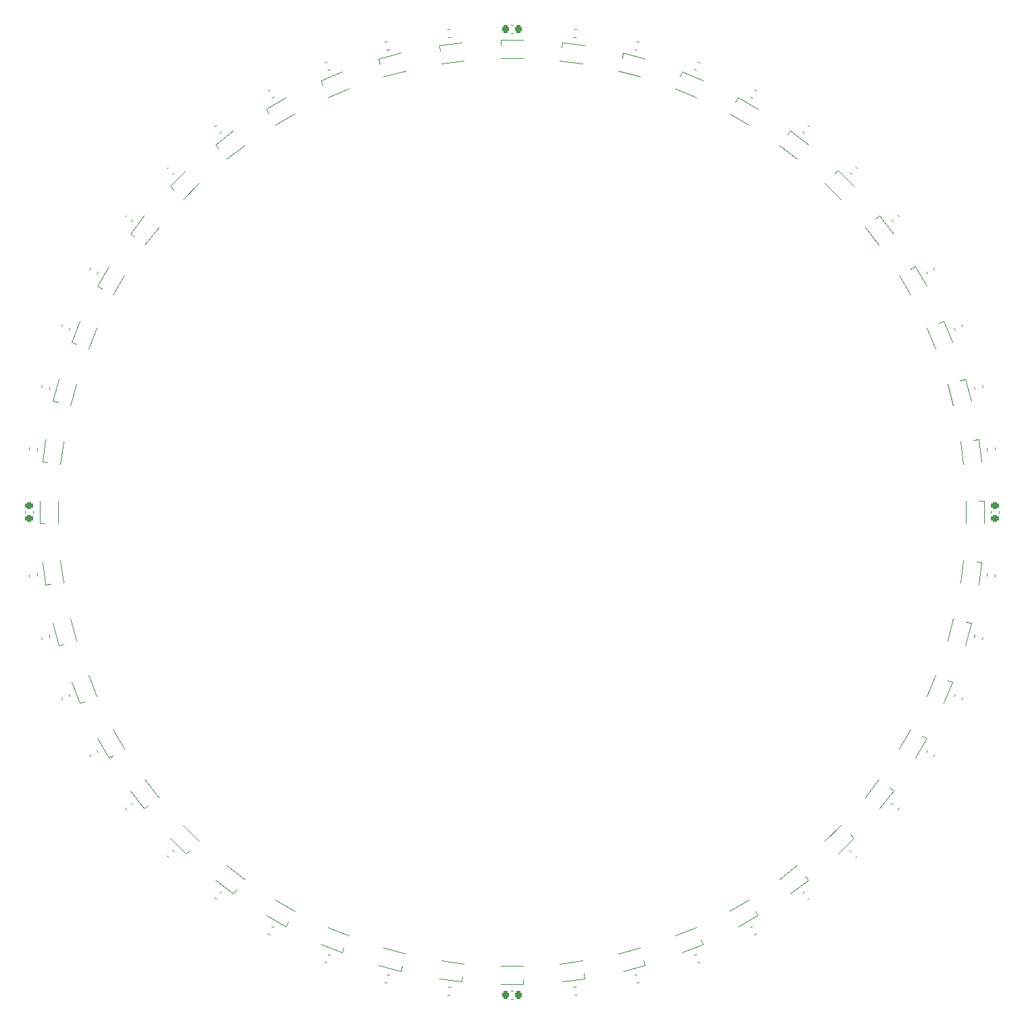
<source format=gto>
G04 #@! TF.GenerationSoftware,KiCad,Pcbnew,8.0.4*
G04 #@! TF.CreationDate,2024-11-19T03:08:21+11:00*
G04 #@! TF.ProjectId,RCS_WS2812B_Ring,5243535f-5753-4323-9831-32425f52696e,rev?*
G04 #@! TF.SameCoordinates,Original*
G04 #@! TF.FileFunction,Legend,Top*
G04 #@! TF.FilePolarity,Positive*
%FSLAX46Y46*%
G04 Gerber Fmt 4.6, Leading zero omitted, Abs format (unit mm)*
G04 Created by KiCad (PCBNEW 8.0.4) date 2024-11-19 03:08:21*
%MOMM*%
%LPD*%
G01*
G04 APERTURE LIST*
G04 Aperture macros list*
%AMRoundRect*
0 Rectangle with rounded corners*
0 $1 Rounding radius*
0 $2 $3 $4 $5 $6 $7 $8 $9 X,Y pos of 4 corners*
0 Add a 4 corners polygon primitive as box body*
4,1,4,$2,$3,$4,$5,$6,$7,$8,$9,$2,$3,0*
0 Add four circle primitives for the rounded corners*
1,1,$1+$1,$2,$3*
1,1,$1+$1,$4,$5*
1,1,$1+$1,$6,$7*
1,1,$1+$1,$8,$9*
0 Add four rect primitives between the rounded corners*
20,1,$1+$1,$2,$3,$4,$5,0*
20,1,$1+$1,$4,$5,$6,$7,0*
20,1,$1+$1,$6,$7,$8,$9,0*
20,1,$1+$1,$8,$9,$2,$3,0*%
%AMRotRect*
0 Rectangle, with rotation*
0 The origin of the aperture is its center*
0 $1 length*
0 $2 width*
0 $3 Rotation angle, in degrees counterclockwise*
0 Add horizontal line*
21,1,$1,$2,0,0,$3*%
G04 Aperture macros list end*
%ADD10C,0.120000*%
%ADD11C,2.200000*%
%ADD12RotRect,0.700000X0.700000X352.500000*%
%ADD13RotRect,0.700000X0.700000X345.000000*%
%ADD14RotRect,0.700000X0.700000X337.500000*%
%ADD15RotRect,0.700000X0.700000X330.000000*%
%ADD16RotRect,0.700000X0.700000X322.500000*%
%ADD17RotRect,0.700000X0.700000X315.000000*%
%ADD18RotRect,0.700000X0.700000X307.500000*%
%ADD19RotRect,0.700000X0.700000X300.000000*%
%ADD20RotRect,0.700000X0.700000X292.500000*%
%ADD21RotRect,0.700000X0.700000X285.000000*%
%ADD22RotRect,0.700000X0.700000X277.500000*%
%ADD23R,0.700000X0.700000*%
%ADD24RotRect,0.700000X0.700000X262.500000*%
%ADD25RotRect,0.700000X0.700000X255.000000*%
%ADD26RotRect,0.700000X0.700000X247.500000*%
%ADD27RotRect,0.700000X0.700000X240.000000*%
%ADD28RotRect,0.700000X0.700000X232.500000*%
%ADD29RotRect,0.700000X0.700000X225.000000*%
%ADD30RotRect,0.700000X0.700000X217.500000*%
%ADD31RotRect,0.700000X0.700000X210.000000*%
%ADD32RotRect,0.700000X0.700000X202.500000*%
%ADD33RotRect,0.700000X0.700000X195.000000*%
%ADD34RotRect,0.700000X0.700000X187.500000*%
%ADD35RotRect,0.700000X0.700000X172.500000*%
%ADD36RotRect,0.700000X0.700000X165.000000*%
%ADD37RotRect,0.700000X0.700000X157.500000*%
%ADD38RotRect,0.700000X0.700000X150.000000*%
%ADD39RotRect,0.700000X0.700000X142.500000*%
%ADD40RotRect,0.700000X0.700000X135.000000*%
%ADD41RotRect,0.700000X0.700000X127.500000*%
%ADD42RotRect,0.700000X0.700000X120.000000*%
%ADD43RotRect,0.700000X0.700000X112.500000*%
%ADD44RotRect,0.700000X0.700000X105.000000*%
%ADD45RotRect,0.700000X0.700000X97.500000*%
%ADD46RotRect,0.700000X0.700000X82.500000*%
%ADD47RotRect,0.700000X0.700000X75.000000*%
%ADD48RotRect,0.700000X0.700000X67.500000*%
%ADD49RotRect,0.700000X0.700000X60.000000*%
%ADD50RotRect,0.700000X0.700000X52.500000*%
%ADD51RotRect,0.700000X0.700000X45.000000*%
%ADD52RotRect,0.700000X0.700000X37.500000*%
%ADD53RotRect,0.700000X0.700000X30.000000*%
%ADD54RotRect,0.700000X0.700000X22.500000*%
%ADD55RotRect,0.700000X0.700000X15.000000*%
%ADD56RotRect,0.700000X0.700000X7.500000*%
%ADD57RoundRect,0.225000X0.255707X0.218493X-0.190444X0.277230X-0.255707X-0.218493X0.190444X-0.277230X0*%
%ADD58RoundRect,0.225000X0.282038X0.183247X-0.152629X0.299716X-0.282038X-0.183247X0.152629X-0.299716X0*%
%ADD59RoundRect,0.225000X0.303544X0.144866X-0.112202X0.317074X-0.303544X-0.144866X0.112202X-0.317074X0*%
%ADD60RoundRect,0.225000X0.319856X0.104006X-0.069856X0.329006X-0.319856X-0.104006X0.069856X-0.329006X0*%
%ADD61RoundRect,0.225000X0.330695X0.061367X-0.026314X0.335310X-0.330695X-0.061367X0.026314X-0.335310X0*%
%ADD62RoundRect,0.225000X0.335876X0.017678X0.017678X0.335876X-0.335876X-0.017678X-0.017678X-0.335876X0*%
%ADD63RoundRect,0.225000X0.335310X-0.026314X0.061367X0.330695X-0.335310X0.026314X-0.061367X-0.330695X0*%
%ADD64RoundRect,0.225000X0.329006X-0.069856X0.104006X0.319856X-0.329006X0.069856X-0.104006X-0.319856X0*%
%ADD65RoundRect,0.225000X0.317074X-0.112202X0.144866X0.303544X-0.317074X0.112202X-0.144866X-0.303544X0*%
%ADD66RoundRect,0.225000X0.299716X-0.152629X0.183247X0.282038X-0.299716X0.152629X-0.183247X-0.282038X0*%
%ADD67RoundRect,0.225000X0.277230X-0.190444X0.218493X0.255707X-0.277230X0.190444X-0.218493X-0.255707X0*%
%ADD68RoundRect,0.225000X0.250000X-0.225000X0.250000X0.225000X-0.250000X0.225000X-0.250000X-0.225000X0*%
%ADD69RoundRect,0.225000X0.218493X-0.255707X0.277230X0.190444X-0.218493X0.255707X-0.277230X-0.190444X0*%
%ADD70RoundRect,0.225000X0.183247X-0.282038X0.299716X0.152629X-0.183247X0.282038X-0.299716X-0.152629X0*%
%ADD71RoundRect,0.225000X0.144866X-0.303544X0.317074X0.112202X-0.144866X0.303544X-0.317074X-0.112202X0*%
%ADD72RoundRect,0.225000X0.104006X-0.319856X0.329006X0.069856X-0.104006X0.319856X-0.329006X-0.069856X0*%
%ADD73RoundRect,0.225000X0.061367X-0.330695X0.335310X0.026314X-0.061367X0.330695X-0.335310X-0.026314X0*%
%ADD74RoundRect,0.225000X0.017678X-0.335876X0.335876X-0.017678X-0.017678X0.335876X-0.335876X0.017678X0*%
%ADD75RoundRect,0.225000X-0.026314X-0.335310X0.330695X-0.061367X0.026314X0.335310X-0.330695X0.061367X0*%
%ADD76RoundRect,0.225000X-0.069856X-0.329006X0.319856X-0.104006X0.069856X0.329006X-0.319856X0.104006X0*%
%ADD77RoundRect,0.225000X-0.112202X-0.317074X0.303544X-0.144866X0.112202X0.317074X-0.303544X0.144866X0*%
%ADD78RoundRect,0.225000X-0.152629X-0.299716X0.282038X-0.183247X0.152629X0.299716X-0.282038X0.183247X0*%
%ADD79RoundRect,0.225000X-0.190444X-0.277230X0.255707X-0.218493X0.190444X0.277230X-0.255707X0.218493X0*%
%ADD80RoundRect,0.225000X-0.225000X-0.250000X0.225000X-0.250000X0.225000X0.250000X-0.225000X0.250000X0*%
%ADD81RoundRect,0.225000X-0.255707X-0.218493X0.190444X-0.277230X0.255707X0.218493X-0.190444X0.277230X0*%
%ADD82RoundRect,0.225000X-0.282038X-0.183247X0.152629X-0.299716X0.282038X0.183247X-0.152629X0.299716X0*%
%ADD83RoundRect,0.225000X-0.303544X-0.144866X0.112202X-0.317074X0.303544X0.144866X-0.112202X0.317074X0*%
%ADD84RoundRect,0.225000X-0.319856X-0.104006X0.069856X-0.329006X0.319856X0.104006X-0.069856X0.329006X0*%
%ADD85RoundRect,0.225000X-0.330695X-0.061367X0.026314X-0.335310X0.330695X0.061367X-0.026314X0.335310X0*%
%ADD86RoundRect,0.225000X-0.335876X-0.017678X-0.017678X-0.335876X0.335876X0.017678X0.017678X0.335876X0*%
%ADD87RoundRect,0.225000X-0.335310X0.026314X-0.061367X-0.330695X0.335310X-0.026314X0.061367X0.330695X0*%
%ADD88RoundRect,0.225000X-0.329006X0.069856X-0.104006X-0.319856X0.329006X-0.069856X0.104006X0.319856X0*%
%ADD89RoundRect,0.225000X-0.317074X0.112202X-0.144866X-0.303544X0.317074X-0.112202X0.144866X0.303544X0*%
%ADD90RoundRect,0.225000X-0.299716X0.152629X-0.183247X-0.282038X0.299716X-0.152629X0.183247X0.282038X0*%
%ADD91RoundRect,0.225000X-0.277230X0.190444X-0.218493X-0.255707X0.277230X-0.190444X0.218493X0.255707X0*%
%ADD92RoundRect,0.225000X-0.250000X0.225000X-0.250000X-0.225000X0.250000X-0.225000X0.250000X0.225000X0*%
%ADD93RoundRect,0.225000X-0.218493X0.255707X-0.277230X-0.190444X0.218493X-0.255707X0.277230X0.190444X0*%
%ADD94RoundRect,0.225000X-0.183247X0.282038X-0.299716X-0.152629X0.183247X-0.282038X0.299716X0.152629X0*%
%ADD95RoundRect,0.225000X-0.144866X0.303544X-0.317074X-0.112202X0.144866X-0.303544X0.317074X0.112202X0*%
%ADD96RoundRect,0.225000X-0.104006X0.319856X-0.329006X-0.069856X0.104006X-0.319856X0.329006X0.069856X0*%
%ADD97RoundRect,0.225000X-0.061367X0.330695X-0.335310X-0.026314X0.061367X-0.330695X0.335310X0.026314X0*%
%ADD98RoundRect,0.225000X-0.017678X0.335876X-0.335876X0.017678X0.017678X-0.335876X0.335876X-0.017678X0*%
%ADD99RoundRect,0.225000X0.026314X0.335310X-0.330695X0.061367X-0.026314X-0.335310X0.330695X-0.061367X0*%
%ADD100RoundRect,0.225000X0.069856X0.329006X-0.319856X0.104006X-0.069856X-0.329006X0.319856X-0.104006X0*%
%ADD101RoundRect,0.225000X0.112202X0.317074X-0.303544X0.144866X-0.112202X-0.317074X0.303544X-0.144866X0*%
%ADD102RoundRect,0.225000X0.152629X0.299716X-0.282038X0.183247X-0.152629X-0.299716X0.282038X-0.183247X0*%
%ADD103RoundRect,0.225000X0.190444X0.277230X-0.255707X0.218493X-0.190444X-0.277230X0.255707X-0.218493X0*%
%ADD104RoundRect,0.225000X0.225000X0.250000X-0.225000X0.250000X-0.225000X-0.250000X0.225000X-0.250000X0*%
G04 APERTURE END LIST*
D10*
X6312772Y58829310D02*
X6227930Y58184871D01*
X6312772Y58829310D02*
X9128476Y58458615D01*
X6012562Y56548987D02*
X8828266Y56178292D01*
X13937531Y57502035D02*
X13769299Y56874183D01*
X13937531Y57502035D02*
X16680761Y56766989D01*
X13342247Y55280405D02*
X16085477Y54545359D01*
X21323816Y55190884D02*
X21075072Y54590362D01*
X21323816Y55190884D02*
X23947634Y54104063D01*
X20443644Y53065961D02*
X23067462Y51979140D01*
X28345244Y51935402D02*
X28020244Y51372486D01*
X28345244Y51935402D02*
X30804756Y50515402D01*
X27195244Y49943544D02*
X29654756Y48523544D01*
X34881676Y47791291D02*
X34485981Y47275611D01*
X34881676Y47791291D02*
X37134799Y46062408D01*
X33481525Y45966578D02*
X35734648Y44237695D01*
X40821274Y42829457D02*
X40361655Y42369838D01*
X40821274Y42829457D02*
X42829457Y40821274D01*
X39194929Y41203112D02*
X41203112Y39194929D01*
X46062408Y37134799D02*
X45546728Y36739104D01*
X46062408Y37134799D02*
X47791291Y34881676D01*
X44237695Y35734648D02*
X45966578Y33481525D01*
X50515402Y30804756D02*
X49952486Y30479756D01*
X50515402Y30804756D02*
X51935402Y28345244D01*
X48523544Y29654756D02*
X49943544Y27195244D01*
X54104063Y23947634D02*
X53503541Y23698890D01*
X54104063Y23947634D02*
X55190884Y21323816D01*
X51979140Y23067462D02*
X53065961Y20443644D01*
X56766989Y16680761D02*
X56139137Y16512528D01*
X56766989Y16680761D02*
X57502035Y13937531D01*
X54545359Y16085477D02*
X55280405Y13342247D01*
X58458615Y9128476D02*
X57814176Y9043634D01*
X58458615Y9128476D02*
X58829310Y6312772D01*
X56178292Y8828266D02*
X56548987Y6012562D01*
X59150000Y1420000D02*
X58500000Y1420000D01*
X59150000Y1420000D02*
X59150000Y-1420000D01*
X56850000Y1420000D02*
X56850000Y-1420000D01*
X58829310Y-6312772D02*
X58184871Y-6227930D01*
X58829310Y-6312772D02*
X58458615Y-9128476D01*
X56548987Y-6012562D02*
X56178292Y-8828266D01*
X57502035Y-13937531D02*
X56874183Y-13769299D01*
X57502035Y-13937531D02*
X56766989Y-16680761D01*
X55280405Y-13342247D02*
X54545359Y-16085477D01*
X55190884Y-21323816D02*
X54590362Y-21075072D01*
X55190884Y-21323816D02*
X54104063Y-23947634D01*
X53065961Y-20443644D02*
X51979140Y-23067462D01*
X51935402Y-28345244D02*
X51372486Y-28020244D01*
X51935402Y-28345244D02*
X50515402Y-30804756D01*
X49943544Y-27195244D02*
X48523544Y-29654756D01*
X47791291Y-34881676D02*
X47275611Y-34485981D01*
X47791291Y-34881676D02*
X46062408Y-37134799D01*
X45966578Y-33481525D02*
X44237695Y-35734648D01*
X42829457Y-40821274D02*
X42369838Y-40361655D01*
X42829457Y-40821274D02*
X40821274Y-42829457D01*
X41203112Y-39194929D02*
X39194929Y-41203112D01*
X37134799Y-46062408D02*
X36739104Y-45546728D01*
X37134799Y-46062408D02*
X34881676Y-47791291D01*
X35734648Y-44237695D02*
X33481525Y-45966578D01*
X30804756Y-50515402D02*
X30479756Y-49952486D01*
X30804756Y-50515402D02*
X28345244Y-51935402D01*
X29654756Y-48523544D02*
X27195244Y-49943544D01*
X23947634Y-54104063D02*
X23698890Y-53503541D01*
X23947634Y-54104063D02*
X21323816Y-55190884D01*
X23067462Y-51979140D02*
X20443644Y-53065961D01*
X16680761Y-56766989D02*
X16512528Y-56139137D01*
X16680761Y-56766989D02*
X13937531Y-57502035D01*
X16085477Y-54545359D02*
X13342247Y-55280405D01*
X9128476Y-58458615D02*
X9043634Y-57814176D01*
X9128476Y-58458615D02*
X6312772Y-58829310D01*
X8828266Y-56178292D02*
X6012562Y-56548987D01*
X1420000Y-59150000D02*
X1420000Y-58500000D01*
X1420000Y-59150000D02*
X-1420000Y-59150000D01*
X1420000Y-56850000D02*
X-1420000Y-56850000D01*
X-6312772Y-58829310D02*
X-6227930Y-58184871D01*
X-6312772Y-58829310D02*
X-9128476Y-58458615D01*
X-6012562Y-56548987D02*
X-8828266Y-56178292D01*
X-13937531Y-57502035D02*
X-13769299Y-56874183D01*
X-13937531Y-57502035D02*
X-16680761Y-56766989D01*
X-13342247Y-55280405D02*
X-16085477Y-54545359D01*
X-21323816Y-55190884D02*
X-21075072Y-54590362D01*
X-21323816Y-55190884D02*
X-23947634Y-54104063D01*
X-20443644Y-53065961D02*
X-23067462Y-51979140D01*
X-28345243Y-51935402D02*
X-28020243Y-51372486D01*
X-28345243Y-51935402D02*
X-30804755Y-50515402D01*
X-27195243Y-49943544D02*
X-29654755Y-48523544D01*
X-34881676Y-47791291D02*
X-34485981Y-47275611D01*
X-34881676Y-47791291D02*
X-37134799Y-46062408D01*
X-33481525Y-45966578D02*
X-35734648Y-44237695D01*
X-40821274Y-42829457D02*
X-40361655Y-42369838D01*
X-40821274Y-42829457D02*
X-42829457Y-40821274D01*
X-39194929Y-41203112D02*
X-41203112Y-39194929D01*
X-46062408Y-37134799D02*
X-45546728Y-36739104D01*
X-46062408Y-37134799D02*
X-47791291Y-34881676D01*
X-44237695Y-35734648D02*
X-45966578Y-33481525D01*
X-50515402Y-30804755D02*
X-49952486Y-30479755D01*
X-50515402Y-30804755D02*
X-51935402Y-28345243D01*
X-48523544Y-29654755D02*
X-49943544Y-27195243D01*
X-54104063Y-23947634D02*
X-53503541Y-23698890D01*
X-54104063Y-23947634D02*
X-55190884Y-21323816D01*
X-51979140Y-23067462D02*
X-53065961Y-20443644D01*
X-56766989Y-16680761D02*
X-56139137Y-16512528D01*
X-56766989Y-16680761D02*
X-57502035Y-13937531D01*
X-54545359Y-16085477D02*
X-55280405Y-13342247D01*
X-58458615Y-9128476D02*
X-57814176Y-9043634D01*
X-58458615Y-9128476D02*
X-58829310Y-6312772D01*
X-56178292Y-8828266D02*
X-56548987Y-6012562D01*
X-59150000Y-1420000D02*
X-58500000Y-1420000D01*
X-59150000Y-1420000D02*
X-59150000Y1420000D01*
X-56850000Y-1420000D02*
X-56850000Y1420000D01*
X-58829310Y6312772D02*
X-58184871Y6227930D01*
X-58829310Y6312772D02*
X-58458615Y9128476D01*
X-56548987Y6012562D02*
X-56178292Y8828266D01*
X-57502035Y13937531D02*
X-56874183Y13769299D01*
X-57502035Y13937531D02*
X-56766989Y16680761D01*
X-55280405Y13342247D02*
X-54545359Y16085477D01*
X-55190884Y21323816D02*
X-54590362Y21075072D01*
X-55190884Y21323816D02*
X-54104063Y23947634D01*
X-53065961Y20443644D02*
X-51979140Y23067462D01*
X-51935402Y28345244D02*
X-51372486Y28020244D01*
X-51935402Y28345244D02*
X-50515402Y30804756D01*
X-49943544Y27195244D02*
X-48523544Y29654756D01*
X-47791291Y34881676D02*
X-47275611Y34485981D01*
X-47791291Y34881676D02*
X-46062408Y37134799D01*
X-45966578Y33481525D02*
X-44237695Y35734648D01*
X-42829457Y40821274D02*
X-42369838Y40361655D01*
X-42829457Y40821274D02*
X-40821274Y42829457D01*
X-41203112Y39194929D02*
X-39194929Y41203112D01*
X-37134799Y46062408D02*
X-36739104Y45546728D01*
X-37134799Y46062408D02*
X-34881676Y47791291D01*
X-35734648Y44237695D02*
X-33481525Y45966578D01*
X-30804755Y50515402D02*
X-30479755Y49952486D01*
X-30804755Y50515402D02*
X-28345243Y51935402D01*
X-29654755Y48523544D02*
X-27195243Y49943544D01*
X-23947634Y54104063D02*
X-23698890Y53503541D01*
X-23947634Y54104063D02*
X-21323816Y55190884D01*
X-23067462Y51979140D02*
X-20443644Y53065961D01*
X-16680761Y56766989D02*
X-16512528Y56139137D01*
X-16680761Y56766989D02*
X-13937531Y57502035D01*
X-16085477Y54545359D02*
X-13342247Y55280405D01*
X-9128476Y58458615D02*
X-9043634Y57814176D01*
X-9128476Y58458615D02*
X-6312772Y58829310D01*
X-8828266Y56178292D02*
X-6012562Y56548987D01*
X-1420000Y59150000D02*
X-1420000Y58500000D01*
X-1420000Y59150000D02*
X1420000Y59150000D01*
X-1420000Y56850000D02*
X1420000Y56850000D01*
X7969643Y59458428D02*
X7690888Y59495126D01*
X8102780Y60469702D02*
X7824025Y60506400D01*
X15662344Y57909505D02*
X15390764Y57982275D01*
X15926340Y58894749D02*
X15654760Y58967519D01*
X23087057Y55369735D02*
X22827299Y55477330D01*
X23477395Y56312092D02*
X23217637Y56419687D01*
X30116746Y51882573D02*
X29873254Y52023153D01*
X30626746Y52765919D02*
X30383254Y52906499D01*
X36631127Y47507687D02*
X36408068Y47678846D01*
X37252064Y48316908D02*
X37029005Y48488067D01*
X42518741Y42319930D02*
X42319930Y42518741D01*
X43239990Y43041179D02*
X43041179Y43239990D01*
X47678846Y36408068D02*
X47507687Y36631127D01*
X48488067Y37029005D02*
X48316908Y37252064D01*
X52023153Y29873254D02*
X51882573Y30116746D01*
X52906499Y30383254D02*
X52765919Y30626746D01*
X55477330Y22827299D02*
X55369735Y23087057D01*
X56419687Y23217637D02*
X56312092Y23477395D01*
X57982275Y15390764D02*
X57909505Y15662344D01*
X58967519Y15654760D02*
X58894749Y15926340D01*
X59495126Y7690888D02*
X59458428Y7969643D01*
X60506400Y7824025D02*
X60469702Y8102780D01*
X59990000Y-140580D02*
X59990000Y140580D01*
X61010000Y-140580D02*
X61010000Y140580D01*
X59458428Y-7969643D02*
X59495126Y-7690888D01*
X60469702Y-8102780D02*
X60506400Y-7824025D01*
X57909505Y-15662344D02*
X57982275Y-15390764D01*
X58894749Y-15926340D02*
X58967519Y-15654760D01*
X55369735Y-23087057D02*
X55477330Y-22827299D01*
X56312092Y-23477395D02*
X56419687Y-23217637D01*
X51882573Y-30116746D02*
X52023153Y-29873254D01*
X52765919Y-30626746D02*
X52906499Y-30383254D01*
X47507687Y-36631127D02*
X47678846Y-36408068D01*
X48316908Y-37252064D02*
X48488067Y-37029005D01*
X42319930Y-42518741D02*
X42518741Y-42319930D01*
X43041179Y-43239990D02*
X43239990Y-43041179D01*
X36408068Y-47678846D02*
X36631127Y-47507687D01*
X37029005Y-48488067D02*
X37252064Y-48316908D01*
X29873254Y-52023153D02*
X30116746Y-51882573D01*
X30383254Y-52906499D02*
X30626746Y-52765919D01*
X22827299Y-55477330D02*
X23087057Y-55369735D01*
X23217637Y-56419687D02*
X23477395Y-56312092D01*
X15390764Y-57982275D02*
X15662344Y-57909505D01*
X15654760Y-58967519D02*
X15926340Y-58894749D01*
X7690888Y-59495126D02*
X7969643Y-59458428D01*
X7824025Y-60506400D02*
X8102780Y-60469702D01*
X-140580Y-59990000D02*
X140580Y-59990000D01*
X-140580Y-61010000D02*
X140580Y-61010000D01*
X-7969643Y-59458428D02*
X-7690888Y-59495126D01*
X-8102780Y-60469702D02*
X-7824025Y-60506400D01*
X-15662344Y-57909505D02*
X-15390764Y-57982275D01*
X-15926340Y-58894749D02*
X-15654760Y-58967519D01*
X-23087057Y-55369735D02*
X-22827299Y-55477330D01*
X-23477395Y-56312092D02*
X-23217637Y-56419687D01*
X-30116745Y-51882573D02*
X-29873253Y-52023153D01*
X-30626745Y-52765919D02*
X-30383253Y-52906499D01*
X-36631127Y-47507687D02*
X-36408068Y-47678846D01*
X-37252064Y-48316908D02*
X-37029005Y-48488067D01*
X-42518741Y-42319930D02*
X-42319930Y-42518741D01*
X-43239990Y-43041179D02*
X-43041179Y-43239990D01*
X-47678846Y-36408068D02*
X-47507687Y-36631127D01*
X-48488067Y-37029005D02*
X-48316908Y-37252064D01*
X-52023153Y-29873253D02*
X-51882573Y-30116745D01*
X-52906499Y-30383253D02*
X-52765919Y-30626745D01*
X-55477330Y-22827299D02*
X-55369735Y-23087057D01*
X-56419687Y-23217637D02*
X-56312092Y-23477395D01*
X-57982275Y-15390764D02*
X-57909505Y-15662344D01*
X-58967519Y-15654760D02*
X-58894749Y-15926340D01*
X-59495126Y-7690888D02*
X-59458428Y-7969643D01*
X-60506400Y-7824025D02*
X-60469702Y-8102780D01*
X-59990000Y140580D02*
X-59990000Y-140580D01*
X-61010000Y140580D02*
X-61010000Y-140580D01*
X-59458428Y7969643D02*
X-59495126Y7690888D01*
X-60469702Y8102780D02*
X-60506400Y7824025D01*
X-57909505Y15662344D02*
X-57982275Y15390764D01*
X-58894749Y15926340D02*
X-58967519Y15654760D01*
X-55369735Y23087057D02*
X-55477330Y22827299D01*
X-56312092Y23477395D02*
X-56419687Y23217637D01*
X-51882573Y30116746D02*
X-52023153Y29873254D01*
X-52765919Y30626746D02*
X-52906499Y30383254D01*
X-47507687Y36631127D02*
X-47678846Y36408068D01*
X-48316908Y37252064D02*
X-48488067Y37029005D01*
X-42319930Y42518741D02*
X-42518741Y42319930D01*
X-43041179Y43239990D02*
X-43239990Y43041179D01*
X-36408068Y47678846D02*
X-36631127Y47507687D01*
X-37029005Y48488067D02*
X-37252064Y48316908D01*
X-29873253Y52023153D02*
X-30116745Y51882573D01*
X-30383253Y52906499D02*
X-30626745Y52765919D01*
X-22827299Y55477330D02*
X-23087057Y55369735D01*
X-23217637Y56419687D02*
X-23477395Y56312092D01*
X-15390764Y57982275D02*
X-15662344Y57909505D01*
X-15654760Y58967519D02*
X-15926340Y58894749D01*
X-7690888Y59495126D02*
X-7969643Y59458428D01*
X-7824025Y60506400D02*
X-8102780Y60469702D01*
X140581Y59989999D02*
X-140579Y59990001D01*
X140579Y61009999D02*
X-140581Y61010001D01*
%LPC*%
D11*
X-44734469Y-39231076D03*
X44734469Y-39231076D03*
X-44734469Y39231076D03*
X44734469Y39231076D03*
D12*
X6735136Y58168527D03*
X6591558Y57077938D03*
X8405902Y56839075D03*
X8549480Y57929664D03*
D13*
X14270032Y56791776D03*
X13985331Y55729257D03*
X15752976Y55255618D03*
X16037677Y56318137D03*
D14*
X21560765Y54443301D03*
X21139813Y53427034D03*
X22830513Y52726723D03*
X23251465Y53742990D03*
D15*
X28482587Y51163287D03*
X27932587Y50210659D03*
X29517413Y49295659D03*
X30067413Y50248287D03*
D16*
X34917062Y47007854D03*
X34247425Y46135165D03*
X35699262Y45021132D03*
X36368899Y45893821D03*
D17*
X40754099Y42048104D03*
X39976282Y41270287D03*
X41270287Y39976282D03*
X42048104Y40754099D03*
D18*
X45893821Y36368899D03*
X45021132Y35699262D03*
X46135165Y34247425D03*
X47007854Y34917062D03*
D19*
X50248287Y30067413D03*
X49295659Y29517413D03*
X50210659Y27932587D03*
X51163287Y28482587D03*
D20*
X53742990Y23251465D03*
X52726723Y22830513D03*
X53427034Y21139813D03*
X54443301Y21560765D03*
D21*
X56318137Y16037677D03*
X55255618Y15752976D03*
X55729257Y13985331D03*
X56791776Y14270032D03*
D22*
X57929664Y8549480D03*
X56839075Y8405902D03*
X57077938Y6591558D03*
X58168527Y6735136D03*
D23*
X58550000Y915000D03*
X57450000Y915000D03*
X57450000Y-915000D03*
X58550000Y-915000D03*
D24*
X58168527Y-6735136D03*
X57077938Y-6591558D03*
X56839075Y-8405902D03*
X57929664Y-8549480D03*
D25*
X56791776Y-14270032D03*
X55729257Y-13985331D03*
X55255618Y-15752976D03*
X56318137Y-16037677D03*
D26*
X54443301Y-21560765D03*
X53427034Y-21139813D03*
X52726723Y-22830513D03*
X53742990Y-23251465D03*
D27*
X51163287Y-28482587D03*
X50210659Y-27932587D03*
X49295659Y-29517413D03*
X50248287Y-30067413D03*
D28*
X47007854Y-34917062D03*
X46135165Y-34247425D03*
X45021132Y-35699262D03*
X45893821Y-36368899D03*
D29*
X42048104Y-40754099D03*
X41270287Y-39976282D03*
X39976282Y-41270287D03*
X40754099Y-42048104D03*
D30*
X36368899Y-45893821D03*
X35699262Y-45021132D03*
X34247425Y-46135165D03*
X34917062Y-47007854D03*
D31*
X30067413Y-50248287D03*
X29517413Y-49295659D03*
X27932587Y-50210659D03*
X28482587Y-51163287D03*
D32*
X23251465Y-53742990D03*
X22830513Y-52726723D03*
X21139813Y-53427034D03*
X21560765Y-54443301D03*
D33*
X16037677Y-56318137D03*
X15752976Y-55255618D03*
X13985331Y-55729257D03*
X14270032Y-56791776D03*
D34*
X8549480Y-57929664D03*
X8405902Y-56839075D03*
X6591558Y-57077938D03*
X6735136Y-58168527D03*
D23*
X915000Y-58550000D03*
X915000Y-57450000D03*
X-915000Y-57450000D03*
X-915000Y-58550000D03*
D35*
X-6735136Y-58168527D03*
X-6591558Y-57077938D03*
X-8405902Y-56839075D03*
X-8549480Y-57929664D03*
D36*
X-14270032Y-56791776D03*
X-13985331Y-55729257D03*
X-15752976Y-55255618D03*
X-16037677Y-56318137D03*
D37*
X-21560765Y-54443301D03*
X-21139813Y-53427034D03*
X-22830513Y-52726723D03*
X-23251465Y-53742990D03*
D38*
X-28482586Y-51163287D03*
X-27932586Y-50210659D03*
X-29517412Y-49295659D03*
X-30067412Y-50248287D03*
D39*
X-34917062Y-47007854D03*
X-34247425Y-46135165D03*
X-35699262Y-45021132D03*
X-36368899Y-45893821D03*
D40*
X-40754099Y-42048104D03*
X-39976282Y-41270287D03*
X-41270287Y-39976282D03*
X-42048104Y-40754099D03*
D41*
X-45893821Y-36368899D03*
X-45021132Y-35699262D03*
X-46135165Y-34247425D03*
X-47007854Y-34917062D03*
D42*
X-50248287Y-30067412D03*
X-49295659Y-29517412D03*
X-50210659Y-27932586D03*
X-51163287Y-28482586D03*
D43*
X-53742990Y-23251465D03*
X-52726723Y-22830513D03*
X-53427034Y-21139813D03*
X-54443301Y-21560765D03*
D44*
X-56318137Y-16037677D03*
X-55255618Y-15752976D03*
X-55729257Y-13985331D03*
X-56791776Y-14270032D03*
D45*
X-57929664Y-8549480D03*
X-56839075Y-8405902D03*
X-57077938Y-6591558D03*
X-58168527Y-6735136D03*
D23*
X-58550000Y-915000D03*
X-57450000Y-915000D03*
X-57450000Y915000D03*
X-58550000Y915000D03*
D46*
X-58168527Y6735136D03*
X-57077938Y6591558D03*
X-56839075Y8405902D03*
X-57929664Y8549480D03*
D47*
X-56791776Y14270032D03*
X-55729257Y13985331D03*
X-55255618Y15752976D03*
X-56318137Y16037677D03*
D48*
X-54443301Y21560765D03*
X-53427034Y21139813D03*
X-52726723Y22830513D03*
X-53742990Y23251465D03*
D49*
X-51163287Y28482587D03*
X-50210659Y27932587D03*
X-49295659Y29517413D03*
X-50248287Y30067413D03*
D50*
X-47007854Y34917062D03*
X-46135165Y34247425D03*
X-45021132Y35699262D03*
X-45893821Y36368899D03*
D51*
X-42048104Y40754099D03*
X-41270287Y39976282D03*
X-39976282Y41270287D03*
X-40754099Y42048104D03*
D52*
X-36368899Y45893821D03*
X-35699262Y45021132D03*
X-34247425Y46135165D03*
X-34917062Y47007854D03*
D53*
X-30067412Y50248287D03*
X-29517412Y49295659D03*
X-27932586Y50210659D03*
X-28482586Y51163287D03*
D54*
X-23251465Y53742990D03*
X-22830513Y52726723D03*
X-21139813Y53427034D03*
X-21560765Y54443301D03*
D55*
X-16037677Y56318137D03*
X-15752976Y55255618D03*
X-13985331Y55729257D03*
X-14270032Y56791776D03*
D56*
X-8549480Y57929664D03*
X-8405902Y56839075D03*
X-6591558Y57077938D03*
X-6735136Y58168527D03*
D23*
X-915000Y58550000D03*
X-915000Y57450000D03*
X915000Y57450000D03*
X915000Y58550000D03*
D57*
X8665204Y59881256D03*
X7128464Y60083572D03*
D58*
X16407145Y58237927D03*
X14909959Y58639097D03*
D59*
X23868354Y55598131D03*
X22436340Y56191291D03*
D60*
X30921170Y52007036D03*
X29578830Y52782036D03*
D61*
X37444915Y47526087D03*
X36215217Y48469667D03*
D62*
X43327968Y42231952D03*
X42231952Y43327968D03*
D63*
X48469667Y36215217D03*
X47526087Y37444915D03*
D64*
X52782036Y29578830D03*
X52007036Y30921170D03*
D65*
X56191291Y22436340D03*
X55598131Y23868354D03*
D66*
X58639097Y14909959D03*
X58237927Y16407145D03*
D67*
X60083572Y7128464D03*
X59881256Y8665204D03*
D68*
X60500000Y-775000D03*
X60500000Y775000D03*
D69*
X59881256Y-8665204D03*
X60083572Y-7128464D03*
D70*
X58237927Y-16407145D03*
X58639097Y-14909959D03*
D71*
X55598131Y-23868354D03*
X56191291Y-22436340D03*
D72*
X52007036Y-30921170D03*
X52782036Y-29578830D03*
D73*
X47526087Y-37444915D03*
X48469667Y-36215217D03*
D74*
X42231952Y-43327968D03*
X43327968Y-42231952D03*
D75*
X36215217Y-48469667D03*
X37444915Y-47526087D03*
D76*
X29578830Y-52782036D03*
X30921170Y-52007036D03*
D77*
X22436340Y-56191291D03*
X23868354Y-55598131D03*
D78*
X14909959Y-58639097D03*
X16407145Y-58237927D03*
D79*
X7128464Y-60083572D03*
X8665204Y-59881256D03*
D80*
X-775000Y-60500000D03*
X775000Y-60500000D03*
D81*
X-8665204Y-59881256D03*
X-7128464Y-60083572D03*
D82*
X-16407145Y-58237927D03*
X-14909959Y-58639097D03*
D83*
X-23868354Y-55598131D03*
X-22436340Y-56191291D03*
D84*
X-30921169Y-52007036D03*
X-29578829Y-52782036D03*
D85*
X-37444915Y-47526087D03*
X-36215217Y-48469667D03*
D86*
X-43327968Y-42231952D03*
X-42231952Y-43327968D03*
D87*
X-48469667Y-36215217D03*
X-47526087Y-37444915D03*
D88*
X-52782036Y-29578829D03*
X-52007036Y-30921169D03*
D89*
X-56191291Y-22436340D03*
X-55598131Y-23868354D03*
D90*
X-58639097Y-14909959D03*
X-58237927Y-16407145D03*
D91*
X-60083572Y-7128464D03*
X-59881256Y-8665204D03*
D92*
X-60500000Y775000D03*
X-60500000Y-775000D03*
D93*
X-59881256Y8665204D03*
X-60083572Y7128464D03*
D94*
X-58237927Y16407145D03*
X-58639097Y14909959D03*
D95*
X-55598131Y23868354D03*
X-56191291Y22436340D03*
D96*
X-52007036Y30921170D03*
X-52782036Y29578830D03*
D97*
X-47526087Y37444915D03*
X-48469667Y36215217D03*
D98*
X-42231952Y43327968D03*
X-43327968Y42231952D03*
D99*
X-36215217Y48469667D03*
X-37444915Y47526087D03*
D100*
X-29578829Y52782036D03*
X-30921169Y52007036D03*
D101*
X-22436340Y56191291D03*
X-23868354Y55598131D03*
D102*
X-14909959Y58639097D03*
X-16407145Y58237927D03*
D103*
X-7128464Y60083572D03*
X-8665204Y59881256D03*
D104*
X775000Y60499999D03*
X-775000Y60500001D03*
%LPD*%
M02*

</source>
